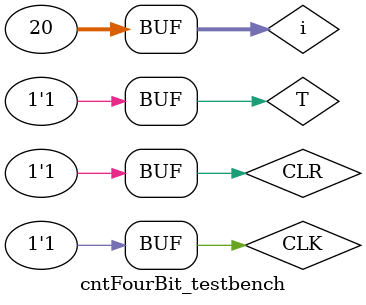
<source format=sv>
module cntFourBit(input logic CLK,CLR,T,output logic [3:0]Q);
    always_ff @(posedge CLK)
	begin
		Q <= (Q < 9) ? (CLR ? (T ? (Q + 4'h1): Q) : 4'h0) : 4'h0;
    end
endmodule
//This is the same testbench I used for part 2. This is also the same module, mostly from
//part 2. Essentially I make sure the circuit counter matches my own counter. If it ticks
//up the same then I know it is correct.
module cntFourBit_testbench();
	logic [3:0]Q;
	logic CLK,CLR,T;
	integer i;
	cntFourBit DUT(CLK,CLR,T,Q);
	// initial
	// begin
	// 	$display("Toggle	   Q	mod((i >> 1) , 65536)	i");
	// end
	//
	//The console print was commented out for the graders convenience.
	initial
	begin
		CLR = 0;
		i = 0;
		T = 1;
		CLK = 1;
		#1 CLR = 1;
		assert(((i >> 1) % 9)  == Q);
		//$monitor("%b	%d	%d	%d",T,Q,((i >> 1) % 65536) , i);
		repeat (20)//65536*2=131072
		begin
			#1 CLK = !CLK;
			i++;
		end
	end
endmodule
</source>
